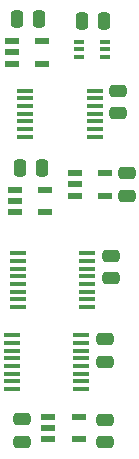
<source format=gtp>
%TF.GenerationSoftware,KiCad,Pcbnew,8.0.4*%
%TF.CreationDate,2024-08-13T15:33:33+02:00*%
%TF.ProjectId,SD Card Write Signals,53442043-6172-4642-9057-726974652053,V0*%
%TF.SameCoordinates,PX54c81a0PY37b6b20*%
%TF.FileFunction,Paste,Top*%
%TF.FilePolarity,Positive*%
%FSLAX46Y46*%
G04 Gerber Fmt 4.6, Leading zero omitted, Abs format (unit mm)*
G04 Created by KiCad (PCBNEW 8.0.4) date 2024-08-13 15:33:33*
%MOMM*%
%LPD*%
G01*
G04 APERTURE LIST*
G04 Aperture macros list*
%AMRoundRect*
0 Rectangle with rounded corners*
0 $1 Rounding radius*
0 $2 $3 $4 $5 $6 $7 $8 $9 X,Y pos of 4 corners*
0 Add a 4 corners polygon primitive as box body*
4,1,4,$2,$3,$4,$5,$6,$7,$8,$9,$2,$3,0*
0 Add four circle primitives for the rounded corners*
1,1,$1+$1,$2,$3*
1,1,$1+$1,$4,$5*
1,1,$1+$1,$6,$7*
1,1,$1+$1,$8,$9*
0 Add four rect primitives between the rounded corners*
20,1,$1+$1,$2,$3,$4,$5,0*
20,1,$1+$1,$4,$5,$6,$7,0*
20,1,$1+$1,$6,$7,$8,$9,0*
20,1,$1+$1,$8,$9,$2,$3,0*%
G04 Aperture macros list end*
%ADD10RoundRect,0.250000X0.250000X0.475000X-0.250000X0.475000X-0.250000X-0.475000X0.250000X-0.475000X0*%
%ADD11R,0.875000X0.450000*%
%ADD12R,1.250000X0.600000*%
%ADD13RoundRect,0.250000X-0.475000X0.250000X-0.475000X-0.250000X0.475000X-0.250000X0.475000X0.250000X0*%
%ADD14R,1.450000X0.450000*%
%ADD15RoundRect,0.250000X0.475000X-0.250000X0.475000X0.250000X-0.475000X0.250000X-0.475000X-0.250000X0*%
%ADD16R,1.475000X0.450000*%
%ADD17R,1.150000X0.600000*%
G04 APERTURE END LIST*
D10*
%TO.C,C6*%
X11221000Y-2794000D03*
X9321000Y-2794000D03*
%TD*%
D11*
%TO.C,IC8*%
X9148000Y-4557000D03*
X9148000Y-5207000D03*
X9148000Y-5857000D03*
X11272000Y-5857000D03*
X11272000Y-5207000D03*
X11272000Y-4557000D03*
%TD*%
D12*
%TO.C,IC7*%
X3449000Y-4511000D03*
X3449000Y-5461000D03*
X3449000Y-6411000D03*
X5949000Y-6411000D03*
X5949000Y-4511000D03*
%TD*%
D10*
%TO.C,C7*%
X5760000Y-2667000D03*
X3860000Y-2667000D03*
%TD*%
%TO.C,C5*%
X6014000Y-15240000D03*
X4114000Y-15240000D03*
%TD*%
D13*
%TO.C,C1*%
X11303000Y-29744000D03*
X11303000Y-31644000D03*
%TD*%
%TO.C,C3*%
X13208000Y-15703000D03*
X13208000Y-17603000D03*
%TD*%
D14*
%TO.C,IC2*%
X3933000Y-22490000D03*
X3933000Y-23140000D03*
X3933000Y-23790000D03*
X3933000Y-24440000D03*
X3933000Y-25090000D03*
X3933000Y-25740000D03*
X3933000Y-26390000D03*
X3933000Y-27040000D03*
X9783000Y-27040000D03*
X9783000Y-26390000D03*
X9783000Y-25740000D03*
X9783000Y-25090000D03*
X9783000Y-24440000D03*
X9783000Y-23790000D03*
X9783000Y-23140000D03*
X9783000Y-22490000D03*
%TD*%
D12*
%TO.C,IC9*%
X8783000Y-15687000D03*
X8783000Y-16637000D03*
X8783000Y-17587000D03*
X11283000Y-17587000D03*
X11283000Y-15687000D03*
%TD*%
D15*
%TO.C,C11*%
X11333000Y-38470000D03*
X11333000Y-36570000D03*
%TD*%
D16*
%TO.C,IC4*%
X4555000Y-8718000D03*
X4555000Y-9368000D03*
X4555000Y-10018000D03*
X4555000Y-10668000D03*
X4555000Y-11318000D03*
X4555000Y-11968000D03*
X4555000Y-12618000D03*
X10431000Y-12618000D03*
X10431000Y-11968000D03*
X10431000Y-11318000D03*
X10431000Y-10668000D03*
X10431000Y-10018000D03*
X10431000Y-9368000D03*
X10431000Y-8718000D03*
%TD*%
D17*
%TO.C,IC1*%
X6477000Y-36332000D03*
X6477000Y-37282000D03*
X6477000Y-38232000D03*
X9077000Y-38232000D03*
X9077000Y-36332000D03*
%TD*%
D12*
%TO.C,IC3*%
X3703000Y-17084000D03*
X3703000Y-18034000D03*
X3703000Y-18984000D03*
X6203000Y-18984000D03*
X6203000Y-17084000D03*
%TD*%
D13*
%TO.C,C4*%
X12446000Y-8718000D03*
X12446000Y-10618000D03*
%TD*%
D15*
%TO.C,C10*%
X4259000Y-38420000D03*
X4259000Y-36520000D03*
%TD*%
D14*
%TO.C,IC5*%
X3425000Y-29419000D03*
X3425000Y-30069000D03*
X3425000Y-30719000D03*
X3425000Y-31369000D03*
X3425000Y-32019000D03*
X3425000Y-32669000D03*
X3425000Y-33319000D03*
X3425000Y-33969000D03*
X9275000Y-33969000D03*
X9275000Y-33319000D03*
X9275000Y-32669000D03*
X9275000Y-32019000D03*
X9275000Y-31369000D03*
X9275000Y-30719000D03*
X9275000Y-30069000D03*
X9275000Y-29419000D03*
%TD*%
D13*
%TO.C,C2*%
X11811000Y-22688000D03*
X11811000Y-24588000D03*
%TD*%
M02*

</source>
